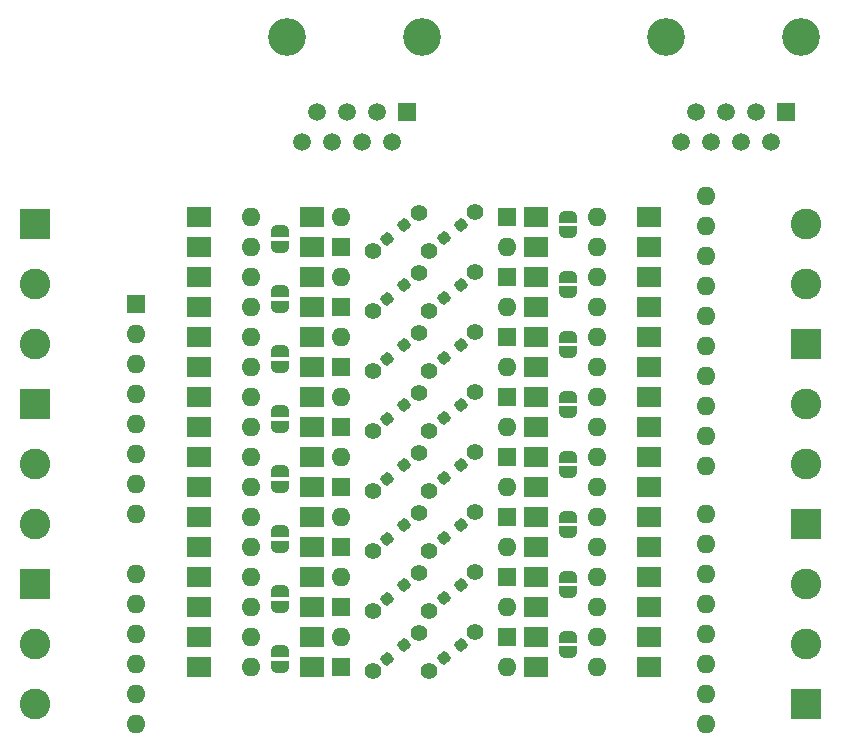
<source format=gbr>
%TF.GenerationSoftware,KiCad,Pcbnew,8.0.2*%
%TF.CreationDate,2024-05-20T23:24:51+02:00*%
%TF.ProjectId,S88_UNO_SHIELD,5338385f-554e-44f5-9f53-4849454c442e,rev?*%
%TF.SameCoordinates,Original*%
%TF.FileFunction,Soldermask,Top*%
%TF.FilePolarity,Negative*%
%FSLAX46Y46*%
G04 Gerber Fmt 4.6, Leading zero omitted, Abs format (unit mm)*
G04 Created by KiCad (PCBNEW 8.0.2) date 2024-05-20 23:24:51*
%MOMM*%
%LPD*%
G01*
G04 APERTURE LIST*
G04 Aperture macros list*
%AMRoundRect*
0 Rectangle with rounded corners*
0 $1 Rounding radius*
0 $2 $3 $4 $5 $6 $7 $8 $9 X,Y pos of 4 corners*
0 Add a 4 corners polygon primitive as box body*
4,1,4,$2,$3,$4,$5,$6,$7,$8,$9,$2,$3,0*
0 Add four circle primitives for the rounded corners*
1,1,$1+$1,$2,$3*
1,1,$1+$1,$4,$5*
1,1,$1+$1,$6,$7*
1,1,$1+$1,$8,$9*
0 Add four rect primitives between the rounded corners*
20,1,$1+$1,$2,$3,$4,$5,0*
20,1,$1+$1,$4,$5,$6,$7,0*
20,1,$1+$1,$6,$7,$8,$9,0*
20,1,$1+$1,$8,$9,$2,$3,0*%
%AMHorizOval*
0 Thick line with rounded ends*
0 $1 width*
0 $2 $3 position (X,Y) of the first rounded end (center of the circle)*
0 $4 $5 position (X,Y) of the second rounded end (center of the circle)*
0 Add line between two ends*
20,1,$1,$2,$3,$4,$5,0*
0 Add two circle primitives to create the rounded ends*
1,1,$1,$2,$3*
1,1,$1,$4,$5*%
%AMFreePoly0*
4,1,19,0.500000,-0.750000,0.000000,-0.750000,0.000000,-0.744911,-0.071157,-0.744911,-0.207708,-0.704816,-0.327430,-0.627875,-0.420627,-0.520320,-0.479746,-0.390866,-0.500000,-0.250000,-0.500000,0.250000,-0.479746,0.390866,-0.420627,0.520320,-0.327430,0.627875,-0.207708,0.704816,-0.071157,0.744911,0.000000,0.744911,0.000000,0.750000,0.500000,0.750000,0.500000,-0.750000,0.500000,-0.750000,
$1*%
%AMFreePoly1*
4,1,19,0.000000,0.744911,0.071157,0.744911,0.207708,0.704816,0.327430,0.627875,0.420627,0.520320,0.479746,0.390866,0.500000,0.250000,0.500000,-0.250000,0.479746,-0.390866,0.420627,-0.520320,0.327430,-0.627875,0.207708,-0.704816,0.071157,-0.744911,0.000000,-0.744911,0.000000,-0.750000,-0.500000,-0.750000,-0.500000,0.750000,0.000000,0.750000,0.000000,0.744911,0.000000,0.744911,
$1*%
G04 Aperture macros list end*
%ADD10R,1.600000X1.600000*%
%ADD11O,1.600000X1.600000*%
%ADD12RoundRect,0.237500X-0.038849X-0.342632X0.344173X-0.021239X0.038849X0.342632X-0.344173X0.021239X0*%
%ADD13RoundRect,0.237500X0.038849X0.342632X-0.344173X0.021239X-0.038849X-0.342632X0.344173X-0.021239X0*%
%ADD14R,2.000000X1.780000*%
%ADD15C,1.400000*%
%ADD16HorizOval,1.400000X0.000000X0.000000X0.000000X0.000000X0*%
%ADD17R,2.600000X2.600000*%
%ADD18C,2.600000*%
%ADD19HorizOval,1.400000X0.000000X0.000000X0.000000X0.000000X0*%
%ADD20FreePoly0,90.000000*%
%ADD21FreePoly1,90.000000*%
%ADD22FreePoly0,270.000000*%
%ADD23FreePoly1,270.000000*%
%ADD24C,3.200000*%
%ADD25R,1.500000X1.500000*%
%ADD26C,1.500000*%
G04 APERTURE END LIST*
D10*
%TO.C,U702*%
X60800000Y-112781000D03*
D11*
X60800000Y-110241000D03*
X53180000Y-110241000D03*
X53180000Y-112781000D03*
%TD*%
D12*
%TO.C,R1502*%
X69519231Y-86679224D03*
X70917263Y-85506136D03*
%TD*%
D13*
%TO.C,R1202*%
X66121769Y-85537776D03*
X64723737Y-86710864D03*
%TD*%
D14*
%TO.C,U1001*%
X58336000Y-97536000D03*
X58336000Y-94996000D03*
X48806000Y-94996000D03*
X48806000Y-97536000D03*
%TD*%
D10*
%TO.C,U1402*%
X74841000Y-79756000D03*
D11*
X74841000Y-82296000D03*
X82461000Y-82296000D03*
X82461000Y-79756000D03*
%TD*%
D15*
%TO.C,R1301*%
X67368506Y-79411639D03*
D16*
X63477000Y-82677000D03*
%TD*%
D17*
%TO.C,J301*%
X34925000Y-110871000D03*
D18*
X34925000Y-115951000D03*
X34925000Y-121031000D03*
%TD*%
D10*
%TO.C,U1602*%
X74841000Y-89916000D03*
D11*
X74841000Y-92456000D03*
X82461000Y-92456000D03*
X82461000Y-89916000D03*
%TD*%
D10*
%TO.C,U1502*%
X74841000Y-84836000D03*
D11*
X74841000Y-87376000D03*
X82461000Y-87376000D03*
X82461000Y-84836000D03*
%TD*%
D15*
%TO.C,R2001*%
X68272494Y-113125361D03*
D19*
X72164000Y-109860000D03*
%TD*%
D10*
%TO.C,U2002*%
X74841000Y-110236000D03*
D11*
X74841000Y-112776000D03*
X82461000Y-112776000D03*
X82461000Y-110236000D03*
%TD*%
D17*
%TO.C,J402*%
X100203000Y-105791000D03*
D18*
X100203000Y-100711000D03*
X100203000Y-95631000D03*
%TD*%
D10*
%TO.C,U602*%
X60800000Y-117861000D03*
D11*
X60800000Y-115321000D03*
X53180000Y-115321000D03*
X53180000Y-117861000D03*
%TD*%
D14*
%TO.C,U1101*%
X58336000Y-92456000D03*
X58336000Y-89916000D03*
X48806000Y-89916000D03*
X48806000Y-92456000D03*
%TD*%
D10*
%TO.C,U1302*%
X60800000Y-82301000D03*
D11*
X60800000Y-79761000D03*
X53180000Y-79761000D03*
X53180000Y-82301000D03*
%TD*%
D14*
%TO.C,U1401*%
X77305000Y-79761000D03*
X77305000Y-82301000D03*
X86835000Y-82301000D03*
X86835000Y-79761000D03*
%TD*%
D20*
%TO.C,JP1901*%
X80048000Y-106456000D03*
D21*
X80048000Y-105156000D03*
%TD*%
D22*
%TO.C,JP1101*%
X55593000Y-91161000D03*
D23*
X55593000Y-92461000D03*
%TD*%
D22*
%TO.C,JP901*%
X55593000Y-101321000D03*
D23*
X55593000Y-102621000D03*
%TD*%
D12*
%TO.C,R2102*%
X69519231Y-117159224D03*
X70917263Y-115986136D03*
%TD*%
D20*
%TO.C,JP2001*%
X80048000Y-111536000D03*
D21*
X80048000Y-110236000D03*
%TD*%
D17*
%TO.C,J303*%
X34925000Y-80391000D03*
D18*
X34925000Y-85471000D03*
X34925000Y-90551000D03*
%TD*%
D22*
%TO.C,JP701*%
X55593000Y-111481000D03*
D23*
X55593000Y-112781000D03*
%TD*%
D12*
%TO.C,R1602*%
X69519231Y-91759224D03*
X70917263Y-90586136D03*
%TD*%
D13*
%TO.C,R1302*%
X66121769Y-80457776D03*
X64723737Y-81630864D03*
%TD*%
D15*
%TO.C,R601*%
X67368506Y-114971639D03*
D16*
X63477000Y-118237000D03*
%TD*%
D10*
%TO.C,U802*%
X60800000Y-107701000D03*
D11*
X60800000Y-105161000D03*
X53180000Y-105161000D03*
X53180000Y-107701000D03*
%TD*%
D14*
%TO.C,U701*%
X58336000Y-112776000D03*
X58336000Y-110236000D03*
X48806000Y-110236000D03*
X48806000Y-112776000D03*
%TD*%
D17*
%TO.C,J302*%
X34925000Y-95631000D03*
D18*
X34925000Y-100711000D03*
X34925000Y-105791000D03*
%TD*%
D13*
%TO.C,R902*%
X66121769Y-100777776D03*
X64723737Y-101950864D03*
%TD*%
D22*
%TO.C,JP1001*%
X55593000Y-96241000D03*
D23*
X55593000Y-97541000D03*
%TD*%
D17*
%TO.C,J401*%
X100203000Y-90551000D03*
D18*
X100203000Y-85471000D03*
X100203000Y-80391000D03*
%TD*%
D15*
%TO.C,R1401*%
X68272494Y-82645361D03*
D19*
X72164000Y-79380000D03*
%TD*%
D14*
%TO.C,U1801*%
X77305000Y-100081000D03*
X77305000Y-102621000D03*
X86835000Y-102621000D03*
X86835000Y-100081000D03*
%TD*%
D15*
%TO.C,R1701*%
X68272494Y-97885361D03*
D19*
X72164000Y-94620000D03*
%TD*%
D15*
%TO.C,R701*%
X67368506Y-109891639D03*
D16*
X63477000Y-113157000D03*
%TD*%
D14*
%TO.C,U1301*%
X58336000Y-82296000D03*
X58336000Y-79756000D03*
X48806000Y-79756000D03*
X48806000Y-82296000D03*
%TD*%
%TO.C,U1201*%
X58336000Y-87376000D03*
X58336000Y-84836000D03*
X48806000Y-84836000D03*
X48806000Y-87376000D03*
%TD*%
D20*
%TO.C,JP1401*%
X80048000Y-81056000D03*
D21*
X80048000Y-79756000D03*
%TD*%
D10*
%TO.C,U1702*%
X74841000Y-94996000D03*
D11*
X74841000Y-97536000D03*
X82461000Y-97536000D03*
X82461000Y-94996000D03*
%TD*%
D14*
%TO.C,U801*%
X58336000Y-107696000D03*
X58336000Y-105156000D03*
X48806000Y-105156000D03*
X48806000Y-107696000D03*
%TD*%
D20*
%TO.C,JP2101*%
X80048000Y-116616000D03*
D21*
X80048000Y-115316000D03*
%TD*%
D13*
%TO.C,R602*%
X66121769Y-116017776D03*
X64723737Y-117190864D03*
%TD*%
D24*
%TO.C,J502*%
X67655500Y-64536000D03*
X56225500Y-64536000D03*
D25*
X66385500Y-70886000D03*
D26*
X65115500Y-73426000D03*
X63845500Y-70886000D03*
X62575500Y-73426000D03*
X61305500Y-70886000D03*
X60035500Y-73426000D03*
X58765500Y-70886000D03*
X57495500Y-73426000D03*
%TD*%
D13*
%TO.C,R1002*%
X66121769Y-95697776D03*
X64723737Y-96870864D03*
%TD*%
D15*
%TO.C,R1501*%
X68272494Y-87725361D03*
D19*
X72164000Y-84460000D03*
%TD*%
D15*
%TO.C,R1801*%
X68272494Y-102965361D03*
D19*
X72164000Y-99700000D03*
%TD*%
D14*
%TO.C,U1701*%
X77305000Y-95001000D03*
X77305000Y-97541000D03*
X86835000Y-97541000D03*
X86835000Y-95001000D03*
%TD*%
%TO.C,U1601*%
X77305000Y-89921000D03*
X77305000Y-92461000D03*
X86835000Y-92461000D03*
X86835000Y-89921000D03*
%TD*%
D12*
%TO.C,R1402*%
X69519232Y-81599224D03*
X70917262Y-80426136D03*
%TD*%
D10*
%TO.C,U1902*%
X74841000Y-105156000D03*
D11*
X74841000Y-107696000D03*
X82461000Y-107696000D03*
X82461000Y-105156000D03*
%TD*%
D15*
%TO.C,R2101*%
X68272494Y-118205361D03*
D19*
X72164000Y-114940000D03*
%TD*%
D15*
%TO.C,R1001*%
X67368506Y-94651639D03*
D16*
X63477000Y-97917000D03*
%TD*%
D13*
%TO.C,R802*%
X66121769Y-105857776D03*
X64723737Y-107030864D03*
%TD*%
D22*
%TO.C,JP801*%
X55593000Y-106401000D03*
D23*
X55593000Y-107701000D03*
%TD*%
D12*
%TO.C,R1702*%
X69519231Y-96839224D03*
X70917263Y-95666136D03*
%TD*%
D17*
%TO.C,J403*%
X100203000Y-121031000D03*
D18*
X100203000Y-115951000D03*
X100203000Y-110871000D03*
%TD*%
D12*
%TO.C,R1902*%
X69519231Y-106999224D03*
X70917263Y-105826136D03*
%TD*%
D14*
%TO.C,U601*%
X58336000Y-117856000D03*
X58336000Y-115316000D03*
X48806000Y-115316000D03*
X48806000Y-117856000D03*
%TD*%
D15*
%TO.C,R1101*%
X67368506Y-89571639D03*
D16*
X63477000Y-92837000D03*
%TD*%
D20*
%TO.C,JP1801*%
X80048000Y-101376000D03*
D21*
X80048000Y-100076000D03*
%TD*%
D14*
%TO.C,U1901*%
X77305000Y-105161000D03*
X77305000Y-107701000D03*
X86835000Y-107701000D03*
X86835000Y-105161000D03*
%TD*%
D20*
%TO.C,JP1501*%
X80048000Y-86136000D03*
D21*
X80048000Y-84836000D03*
%TD*%
D14*
%TO.C,U2101*%
X77305000Y-115321000D03*
X77305000Y-117861000D03*
X86835000Y-117861000D03*
X86835000Y-115321000D03*
%TD*%
D22*
%TO.C,JP1301*%
X55593000Y-81001000D03*
D23*
X55593000Y-82301000D03*
%TD*%
D12*
%TO.C,R1802*%
X69519231Y-101919224D03*
X70917263Y-100746136D03*
%TD*%
D10*
%TO.C,U2102*%
X74841000Y-115316000D03*
D11*
X74841000Y-117856000D03*
X82461000Y-117856000D03*
X82461000Y-115316000D03*
%TD*%
D24*
%TO.C,J501*%
X99786500Y-64536000D03*
X88356500Y-64536000D03*
D25*
X98516500Y-70886000D03*
D26*
X97246500Y-73426000D03*
X95976500Y-70886000D03*
X94706500Y-73426000D03*
X93436500Y-70886000D03*
X92166500Y-73426000D03*
X90896500Y-70886000D03*
X89626500Y-73426000D03*
%TD*%
D10*
%TO.C,U1102*%
X60800000Y-92461000D03*
D11*
X60800000Y-89921000D03*
X53180000Y-89921000D03*
X53180000Y-92461000D03*
%TD*%
D14*
%TO.C,U1501*%
X77305000Y-84841000D03*
X77305000Y-87381000D03*
X86835000Y-87381000D03*
X86835000Y-84841000D03*
%TD*%
D10*
%TO.C,U1002*%
X60800000Y-97541000D03*
D11*
X60800000Y-95001000D03*
X53180000Y-95001000D03*
X53180000Y-97541000D03*
%TD*%
D22*
%TO.C,JP1201*%
X55593000Y-86081000D03*
D23*
X55593000Y-87381000D03*
%TD*%
D15*
%TO.C,R901*%
X67368506Y-99731639D03*
D16*
X63477000Y-102997000D03*
%TD*%
D22*
%TO.C,JP601*%
X55593000Y-116561000D03*
D23*
X55593000Y-117861000D03*
%TD*%
D14*
%TO.C,U2001*%
X77305000Y-110241000D03*
X77305000Y-112781000D03*
X86835000Y-112781000D03*
X86835000Y-110241000D03*
%TD*%
D15*
%TO.C,R1601*%
X68272494Y-92805361D03*
D19*
X72164000Y-89540000D03*
%TD*%
D20*
%TO.C,JP1601*%
X80048000Y-91216000D03*
D21*
X80048000Y-89916000D03*
%TD*%
D15*
%TO.C,R801*%
X67368506Y-104811639D03*
D16*
X63477000Y-108077000D03*
%TD*%
D15*
%TO.C,R1201*%
X67368506Y-84491639D03*
D16*
X63477000Y-87757000D03*
%TD*%
D10*
%TO.C,U1202*%
X60800000Y-87381000D03*
D11*
X60800000Y-84841000D03*
X53180000Y-84841000D03*
X53180000Y-87381000D03*
%TD*%
D10*
%TO.C,U902*%
X60800000Y-102621000D03*
D11*
X60800000Y-100081000D03*
X53180000Y-100081000D03*
X53180000Y-102621000D03*
%TD*%
D12*
%TO.C,R2002*%
X69519231Y-112079224D03*
X70917263Y-110906136D03*
%TD*%
D15*
%TO.C,R1901*%
X68272494Y-108045361D03*
D19*
X72164000Y-104780000D03*
%TD*%
D13*
%TO.C,R702*%
X66121769Y-110937776D03*
X64723737Y-112110864D03*
%TD*%
D14*
%TO.C,U901*%
X58336000Y-102616000D03*
X58336000Y-100076000D03*
X48806000Y-100076000D03*
X48806000Y-102616000D03*
%TD*%
D10*
%TO.C,U1802*%
X74841000Y-100076000D03*
D11*
X74841000Y-102616000D03*
X82461000Y-102616000D03*
X82461000Y-100076000D03*
%TD*%
D20*
%TO.C,JP1701*%
X80048000Y-96296000D03*
D21*
X80048000Y-94996000D03*
%TD*%
D13*
%TO.C,R1102*%
X66121769Y-90617776D03*
X64723737Y-91790864D03*
%TD*%
D10*
%TO.C,A201*%
X43434000Y-87122000D03*
D11*
X43434000Y-89662000D03*
X43434000Y-92202000D03*
X43434000Y-94742000D03*
X43434000Y-97282000D03*
X43434000Y-99822000D03*
X43434000Y-102362000D03*
X43434000Y-104902000D03*
X43434000Y-109982000D03*
X43434000Y-112522000D03*
X43434000Y-115062000D03*
X43434000Y-117602000D03*
X43434000Y-120142000D03*
X43434000Y-122682000D03*
X91694000Y-122682000D03*
X91694000Y-120142000D03*
X91694000Y-117602000D03*
X91694000Y-115062000D03*
X91694000Y-112522000D03*
X91694000Y-109982000D03*
X91694000Y-107442000D03*
X91694000Y-104902000D03*
X91694000Y-100842000D03*
X91694000Y-98302000D03*
X91694000Y-95762000D03*
X91694000Y-93222000D03*
X91694000Y-90682000D03*
X91694000Y-88142000D03*
X91694000Y-85602000D03*
X91694000Y-83062000D03*
X91694000Y-80522000D03*
X91694000Y-77982000D03*
%TD*%
M02*

</source>
